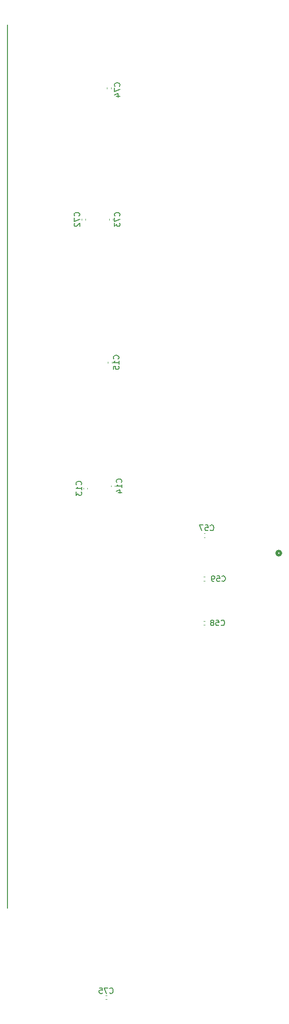
<source format=gbr>
%TF.GenerationSoftware,KiCad,Pcbnew,9.0.4-9.0.4-0~ubuntu22.04.1*%
%TF.CreationDate,2025-12-27T11:22:28-05:00*%
%TF.ProjectId,psc_carrier_brd,7073635f-6361-4727-9269-65725f627264,rev?*%
%TF.SameCoordinates,Original*%
%TF.FileFunction,Legend,Bot*%
%TF.FilePolarity,Positive*%
%FSLAX46Y46*%
G04 Gerber Fmt 4.6, Leading zero omitted, Abs format (unit mm)*
G04 Created by KiCad (PCBNEW 9.0.4-9.0.4-0~ubuntu22.04.1) date 2025-12-27 11:22:28*
%MOMM*%
%LPD*%
G01*
G04 APERTURE LIST*
%ADD10C,0.200000*%
%ADD11C,0.150000*%
%ADD12C,0.508000*%
%ADD13C,0.120000*%
G04 APERTURE END LIST*
D10*
X250000000Y-300000000D02*
X250000000Y-140000000D01*
D11*
X288742857Y-248759580D02*
X288790476Y-248807200D01*
X288790476Y-248807200D02*
X288933333Y-248854819D01*
X288933333Y-248854819D02*
X289028571Y-248854819D01*
X289028571Y-248854819D02*
X289171428Y-248807200D01*
X289171428Y-248807200D02*
X289266666Y-248711961D01*
X289266666Y-248711961D02*
X289314285Y-248616723D01*
X289314285Y-248616723D02*
X289361904Y-248426247D01*
X289361904Y-248426247D02*
X289361904Y-248283390D01*
X289361904Y-248283390D02*
X289314285Y-248092914D01*
X289314285Y-248092914D02*
X289266666Y-247997676D01*
X289266666Y-247997676D02*
X289171428Y-247902438D01*
X289171428Y-247902438D02*
X289028571Y-247854819D01*
X289028571Y-247854819D02*
X288933333Y-247854819D01*
X288933333Y-247854819D02*
X288790476Y-247902438D01*
X288790476Y-247902438D02*
X288742857Y-247950057D01*
X287838095Y-247854819D02*
X288314285Y-247854819D01*
X288314285Y-247854819D02*
X288361904Y-248331009D01*
X288361904Y-248331009D02*
X288314285Y-248283390D01*
X288314285Y-248283390D02*
X288219047Y-248235771D01*
X288219047Y-248235771D02*
X287980952Y-248235771D01*
X287980952Y-248235771D02*
X287885714Y-248283390D01*
X287885714Y-248283390D02*
X287838095Y-248331009D01*
X287838095Y-248331009D02*
X287790476Y-248426247D01*
X287790476Y-248426247D02*
X287790476Y-248664342D01*
X287790476Y-248664342D02*
X287838095Y-248759580D01*
X287838095Y-248759580D02*
X287885714Y-248807200D01*
X287885714Y-248807200D02*
X287980952Y-248854819D01*
X287980952Y-248854819D02*
X288219047Y-248854819D01*
X288219047Y-248854819D02*
X288314285Y-248807200D01*
X288314285Y-248807200D02*
X288361904Y-248759580D01*
X287219047Y-248283390D02*
X287314285Y-248235771D01*
X287314285Y-248235771D02*
X287361904Y-248188152D01*
X287361904Y-248188152D02*
X287409523Y-248092914D01*
X287409523Y-248092914D02*
X287409523Y-248045295D01*
X287409523Y-248045295D02*
X287361904Y-247950057D01*
X287361904Y-247950057D02*
X287314285Y-247902438D01*
X287314285Y-247902438D02*
X287219047Y-247854819D01*
X287219047Y-247854819D02*
X287028571Y-247854819D01*
X287028571Y-247854819D02*
X286933333Y-247902438D01*
X286933333Y-247902438D02*
X286885714Y-247950057D01*
X286885714Y-247950057D02*
X286838095Y-248045295D01*
X286838095Y-248045295D02*
X286838095Y-248092914D01*
X286838095Y-248092914D02*
X286885714Y-248188152D01*
X286885714Y-248188152D02*
X286933333Y-248235771D01*
X286933333Y-248235771D02*
X287028571Y-248283390D01*
X287028571Y-248283390D02*
X287219047Y-248283390D01*
X287219047Y-248283390D02*
X287314285Y-248331009D01*
X287314285Y-248331009D02*
X287361904Y-248378628D01*
X287361904Y-248378628D02*
X287409523Y-248473866D01*
X287409523Y-248473866D02*
X287409523Y-248664342D01*
X287409523Y-248664342D02*
X287361904Y-248759580D01*
X287361904Y-248759580D02*
X287314285Y-248807200D01*
X287314285Y-248807200D02*
X287219047Y-248854819D01*
X287219047Y-248854819D02*
X287028571Y-248854819D01*
X287028571Y-248854819D02*
X286933333Y-248807200D01*
X286933333Y-248807200D02*
X286885714Y-248759580D01*
X286885714Y-248759580D02*
X286838095Y-248664342D01*
X286838095Y-248664342D02*
X286838095Y-248473866D01*
X286838095Y-248473866D02*
X286885714Y-248378628D01*
X286885714Y-248378628D02*
X286933333Y-248331009D01*
X286933333Y-248331009D02*
X287028571Y-248283390D01*
X270644580Y-222927142D02*
X270692200Y-222879523D01*
X270692200Y-222879523D02*
X270739819Y-222736666D01*
X270739819Y-222736666D02*
X270739819Y-222641428D01*
X270739819Y-222641428D02*
X270692200Y-222498571D01*
X270692200Y-222498571D02*
X270596961Y-222403333D01*
X270596961Y-222403333D02*
X270501723Y-222355714D01*
X270501723Y-222355714D02*
X270311247Y-222308095D01*
X270311247Y-222308095D02*
X270168390Y-222308095D01*
X270168390Y-222308095D02*
X269977914Y-222355714D01*
X269977914Y-222355714D02*
X269882676Y-222403333D01*
X269882676Y-222403333D02*
X269787438Y-222498571D01*
X269787438Y-222498571D02*
X269739819Y-222641428D01*
X269739819Y-222641428D02*
X269739819Y-222736666D01*
X269739819Y-222736666D02*
X269787438Y-222879523D01*
X269787438Y-222879523D02*
X269835057Y-222927142D01*
X270739819Y-223879523D02*
X270739819Y-223308095D01*
X270739819Y-223593809D02*
X269739819Y-223593809D01*
X269739819Y-223593809D02*
X269882676Y-223498571D01*
X269882676Y-223498571D02*
X269977914Y-223403333D01*
X269977914Y-223403333D02*
X270025533Y-223308095D01*
X270073152Y-224736666D02*
X270739819Y-224736666D01*
X269692200Y-224498571D02*
X270406485Y-224260476D01*
X270406485Y-224260476D02*
X270406485Y-224879523D01*
X268542857Y-315399580D02*
X268590476Y-315447200D01*
X268590476Y-315447200D02*
X268733333Y-315494819D01*
X268733333Y-315494819D02*
X268828571Y-315494819D01*
X268828571Y-315494819D02*
X268971428Y-315447200D01*
X268971428Y-315447200D02*
X269066666Y-315351961D01*
X269066666Y-315351961D02*
X269114285Y-315256723D01*
X269114285Y-315256723D02*
X269161904Y-315066247D01*
X269161904Y-315066247D02*
X269161904Y-314923390D01*
X269161904Y-314923390D02*
X269114285Y-314732914D01*
X269114285Y-314732914D02*
X269066666Y-314637676D01*
X269066666Y-314637676D02*
X268971428Y-314542438D01*
X268971428Y-314542438D02*
X268828571Y-314494819D01*
X268828571Y-314494819D02*
X268733333Y-314494819D01*
X268733333Y-314494819D02*
X268590476Y-314542438D01*
X268590476Y-314542438D02*
X268542857Y-314590057D01*
X268209523Y-314494819D02*
X267542857Y-314494819D01*
X267542857Y-314494819D02*
X267971428Y-315494819D01*
X266685714Y-314494819D02*
X267161904Y-314494819D01*
X267161904Y-314494819D02*
X267209523Y-314971009D01*
X267209523Y-314971009D02*
X267161904Y-314923390D01*
X267161904Y-314923390D02*
X267066666Y-314875771D01*
X267066666Y-314875771D02*
X266828571Y-314875771D01*
X266828571Y-314875771D02*
X266733333Y-314923390D01*
X266733333Y-314923390D02*
X266685714Y-314971009D01*
X266685714Y-314971009D02*
X266638095Y-315066247D01*
X266638095Y-315066247D02*
X266638095Y-315304342D01*
X266638095Y-315304342D02*
X266685714Y-315399580D01*
X266685714Y-315399580D02*
X266733333Y-315447200D01*
X266733333Y-315447200D02*
X266828571Y-315494819D01*
X266828571Y-315494819D02*
X267066666Y-315494819D01*
X267066666Y-315494819D02*
X267161904Y-315447200D01*
X267161904Y-315447200D02*
X267209523Y-315399580D01*
X263349580Y-223352142D02*
X263397200Y-223304523D01*
X263397200Y-223304523D02*
X263444819Y-223161666D01*
X263444819Y-223161666D02*
X263444819Y-223066428D01*
X263444819Y-223066428D02*
X263397200Y-222923571D01*
X263397200Y-222923571D02*
X263301961Y-222828333D01*
X263301961Y-222828333D02*
X263206723Y-222780714D01*
X263206723Y-222780714D02*
X263016247Y-222733095D01*
X263016247Y-222733095D02*
X262873390Y-222733095D01*
X262873390Y-222733095D02*
X262682914Y-222780714D01*
X262682914Y-222780714D02*
X262587676Y-222828333D01*
X262587676Y-222828333D02*
X262492438Y-222923571D01*
X262492438Y-222923571D02*
X262444819Y-223066428D01*
X262444819Y-223066428D02*
X262444819Y-223161666D01*
X262444819Y-223161666D02*
X262492438Y-223304523D01*
X262492438Y-223304523D02*
X262540057Y-223352142D01*
X263444819Y-224304523D02*
X263444819Y-223733095D01*
X263444819Y-224018809D02*
X262444819Y-224018809D01*
X262444819Y-224018809D02*
X262587676Y-223923571D01*
X262587676Y-223923571D02*
X262682914Y-223828333D01*
X262682914Y-223828333D02*
X262730533Y-223733095D01*
X262444819Y-224637857D02*
X262444819Y-225256904D01*
X262444819Y-225256904D02*
X262825771Y-224923571D01*
X262825771Y-224923571D02*
X262825771Y-225066428D01*
X262825771Y-225066428D02*
X262873390Y-225161666D01*
X262873390Y-225161666D02*
X262921009Y-225209285D01*
X262921009Y-225209285D02*
X263016247Y-225256904D01*
X263016247Y-225256904D02*
X263254342Y-225256904D01*
X263254342Y-225256904D02*
X263349580Y-225209285D01*
X263349580Y-225209285D02*
X263397200Y-225161666D01*
X263397200Y-225161666D02*
X263444819Y-225066428D01*
X263444819Y-225066428D02*
X263444819Y-224780714D01*
X263444819Y-224780714D02*
X263397200Y-224685476D01*
X263397200Y-224685476D02*
X263349580Y-224637857D01*
X262999580Y-174637142D02*
X263047200Y-174589523D01*
X263047200Y-174589523D02*
X263094819Y-174446666D01*
X263094819Y-174446666D02*
X263094819Y-174351428D01*
X263094819Y-174351428D02*
X263047200Y-174208571D01*
X263047200Y-174208571D02*
X262951961Y-174113333D01*
X262951961Y-174113333D02*
X262856723Y-174065714D01*
X262856723Y-174065714D02*
X262666247Y-174018095D01*
X262666247Y-174018095D02*
X262523390Y-174018095D01*
X262523390Y-174018095D02*
X262332914Y-174065714D01*
X262332914Y-174065714D02*
X262237676Y-174113333D01*
X262237676Y-174113333D02*
X262142438Y-174208571D01*
X262142438Y-174208571D02*
X262094819Y-174351428D01*
X262094819Y-174351428D02*
X262094819Y-174446666D01*
X262094819Y-174446666D02*
X262142438Y-174589523D01*
X262142438Y-174589523D02*
X262190057Y-174637142D01*
X262094819Y-174970476D02*
X262094819Y-175637142D01*
X262094819Y-175637142D02*
X263094819Y-175208571D01*
X262190057Y-175970476D02*
X262142438Y-176018095D01*
X262142438Y-176018095D02*
X262094819Y-176113333D01*
X262094819Y-176113333D02*
X262094819Y-176351428D01*
X262094819Y-176351428D02*
X262142438Y-176446666D01*
X262142438Y-176446666D02*
X262190057Y-176494285D01*
X262190057Y-176494285D02*
X262285295Y-176541904D01*
X262285295Y-176541904D02*
X262380533Y-176541904D01*
X262380533Y-176541904D02*
X262523390Y-176494285D01*
X262523390Y-176494285D02*
X263094819Y-175922857D01*
X263094819Y-175922857D02*
X263094819Y-176541904D01*
X270309580Y-151157142D02*
X270357200Y-151109523D01*
X270357200Y-151109523D02*
X270404819Y-150966666D01*
X270404819Y-150966666D02*
X270404819Y-150871428D01*
X270404819Y-150871428D02*
X270357200Y-150728571D01*
X270357200Y-150728571D02*
X270261961Y-150633333D01*
X270261961Y-150633333D02*
X270166723Y-150585714D01*
X270166723Y-150585714D02*
X269976247Y-150538095D01*
X269976247Y-150538095D02*
X269833390Y-150538095D01*
X269833390Y-150538095D02*
X269642914Y-150585714D01*
X269642914Y-150585714D02*
X269547676Y-150633333D01*
X269547676Y-150633333D02*
X269452438Y-150728571D01*
X269452438Y-150728571D02*
X269404819Y-150871428D01*
X269404819Y-150871428D02*
X269404819Y-150966666D01*
X269404819Y-150966666D02*
X269452438Y-151109523D01*
X269452438Y-151109523D02*
X269500057Y-151157142D01*
X269404819Y-151490476D02*
X269404819Y-152157142D01*
X269404819Y-152157142D02*
X270404819Y-151728571D01*
X269738152Y-152966666D02*
X270404819Y-152966666D01*
X269357200Y-152728571D02*
X270071485Y-152490476D01*
X270071485Y-152490476D02*
X270071485Y-153109523D01*
X270109580Y-200537142D02*
X270157200Y-200489523D01*
X270157200Y-200489523D02*
X270204819Y-200346666D01*
X270204819Y-200346666D02*
X270204819Y-200251428D01*
X270204819Y-200251428D02*
X270157200Y-200108571D01*
X270157200Y-200108571D02*
X270061961Y-200013333D01*
X270061961Y-200013333D02*
X269966723Y-199965714D01*
X269966723Y-199965714D02*
X269776247Y-199918095D01*
X269776247Y-199918095D02*
X269633390Y-199918095D01*
X269633390Y-199918095D02*
X269442914Y-199965714D01*
X269442914Y-199965714D02*
X269347676Y-200013333D01*
X269347676Y-200013333D02*
X269252438Y-200108571D01*
X269252438Y-200108571D02*
X269204819Y-200251428D01*
X269204819Y-200251428D02*
X269204819Y-200346666D01*
X269204819Y-200346666D02*
X269252438Y-200489523D01*
X269252438Y-200489523D02*
X269300057Y-200537142D01*
X270204819Y-201489523D02*
X270204819Y-200918095D01*
X270204819Y-201203809D02*
X269204819Y-201203809D01*
X269204819Y-201203809D02*
X269347676Y-201108571D01*
X269347676Y-201108571D02*
X269442914Y-201013333D01*
X269442914Y-201013333D02*
X269490533Y-200918095D01*
X269204819Y-202394285D02*
X269204819Y-201918095D01*
X269204819Y-201918095D02*
X269681009Y-201870476D01*
X269681009Y-201870476D02*
X269633390Y-201918095D01*
X269633390Y-201918095D02*
X269585771Y-202013333D01*
X269585771Y-202013333D02*
X269585771Y-202251428D01*
X269585771Y-202251428D02*
X269633390Y-202346666D01*
X269633390Y-202346666D02*
X269681009Y-202394285D01*
X269681009Y-202394285D02*
X269776247Y-202441904D01*
X269776247Y-202441904D02*
X270014342Y-202441904D01*
X270014342Y-202441904D02*
X270109580Y-202394285D01*
X270109580Y-202394285D02*
X270157200Y-202346666D01*
X270157200Y-202346666D02*
X270204819Y-202251428D01*
X270204819Y-202251428D02*
X270204819Y-202013333D01*
X270204819Y-202013333D02*
X270157200Y-201918095D01*
X270157200Y-201918095D02*
X270109580Y-201870476D01*
X288892857Y-240759580D02*
X288940476Y-240807200D01*
X288940476Y-240807200D02*
X289083333Y-240854819D01*
X289083333Y-240854819D02*
X289178571Y-240854819D01*
X289178571Y-240854819D02*
X289321428Y-240807200D01*
X289321428Y-240807200D02*
X289416666Y-240711961D01*
X289416666Y-240711961D02*
X289464285Y-240616723D01*
X289464285Y-240616723D02*
X289511904Y-240426247D01*
X289511904Y-240426247D02*
X289511904Y-240283390D01*
X289511904Y-240283390D02*
X289464285Y-240092914D01*
X289464285Y-240092914D02*
X289416666Y-239997676D01*
X289416666Y-239997676D02*
X289321428Y-239902438D01*
X289321428Y-239902438D02*
X289178571Y-239854819D01*
X289178571Y-239854819D02*
X289083333Y-239854819D01*
X289083333Y-239854819D02*
X288940476Y-239902438D01*
X288940476Y-239902438D02*
X288892857Y-239950057D01*
X287988095Y-239854819D02*
X288464285Y-239854819D01*
X288464285Y-239854819D02*
X288511904Y-240331009D01*
X288511904Y-240331009D02*
X288464285Y-240283390D01*
X288464285Y-240283390D02*
X288369047Y-240235771D01*
X288369047Y-240235771D02*
X288130952Y-240235771D01*
X288130952Y-240235771D02*
X288035714Y-240283390D01*
X288035714Y-240283390D02*
X287988095Y-240331009D01*
X287988095Y-240331009D02*
X287940476Y-240426247D01*
X287940476Y-240426247D02*
X287940476Y-240664342D01*
X287940476Y-240664342D02*
X287988095Y-240759580D01*
X287988095Y-240759580D02*
X288035714Y-240807200D01*
X288035714Y-240807200D02*
X288130952Y-240854819D01*
X288130952Y-240854819D02*
X288369047Y-240854819D01*
X288369047Y-240854819D02*
X288464285Y-240807200D01*
X288464285Y-240807200D02*
X288511904Y-240759580D01*
X287464285Y-240854819D02*
X287273809Y-240854819D01*
X287273809Y-240854819D02*
X287178571Y-240807200D01*
X287178571Y-240807200D02*
X287130952Y-240759580D01*
X287130952Y-240759580D02*
X287035714Y-240616723D01*
X287035714Y-240616723D02*
X286988095Y-240426247D01*
X286988095Y-240426247D02*
X286988095Y-240045295D01*
X286988095Y-240045295D02*
X287035714Y-239950057D01*
X287035714Y-239950057D02*
X287083333Y-239902438D01*
X287083333Y-239902438D02*
X287178571Y-239854819D01*
X287178571Y-239854819D02*
X287369047Y-239854819D01*
X287369047Y-239854819D02*
X287464285Y-239902438D01*
X287464285Y-239902438D02*
X287511904Y-239950057D01*
X287511904Y-239950057D02*
X287559523Y-240045295D01*
X287559523Y-240045295D02*
X287559523Y-240283390D01*
X287559523Y-240283390D02*
X287511904Y-240378628D01*
X287511904Y-240378628D02*
X287464285Y-240426247D01*
X287464285Y-240426247D02*
X287369047Y-240473866D01*
X287369047Y-240473866D02*
X287178571Y-240473866D01*
X287178571Y-240473866D02*
X287083333Y-240426247D01*
X287083333Y-240426247D02*
X287035714Y-240378628D01*
X287035714Y-240378628D02*
X286988095Y-240283390D01*
X270319580Y-174637142D02*
X270367200Y-174589523D01*
X270367200Y-174589523D02*
X270414819Y-174446666D01*
X270414819Y-174446666D02*
X270414819Y-174351428D01*
X270414819Y-174351428D02*
X270367200Y-174208571D01*
X270367200Y-174208571D02*
X270271961Y-174113333D01*
X270271961Y-174113333D02*
X270176723Y-174065714D01*
X270176723Y-174065714D02*
X269986247Y-174018095D01*
X269986247Y-174018095D02*
X269843390Y-174018095D01*
X269843390Y-174018095D02*
X269652914Y-174065714D01*
X269652914Y-174065714D02*
X269557676Y-174113333D01*
X269557676Y-174113333D02*
X269462438Y-174208571D01*
X269462438Y-174208571D02*
X269414819Y-174351428D01*
X269414819Y-174351428D02*
X269414819Y-174446666D01*
X269414819Y-174446666D02*
X269462438Y-174589523D01*
X269462438Y-174589523D02*
X269510057Y-174637142D01*
X269414819Y-174970476D02*
X269414819Y-175637142D01*
X269414819Y-175637142D02*
X270414819Y-175208571D01*
X269414819Y-175922857D02*
X269414819Y-176541904D01*
X269414819Y-176541904D02*
X269795771Y-176208571D01*
X269795771Y-176208571D02*
X269795771Y-176351428D01*
X269795771Y-176351428D02*
X269843390Y-176446666D01*
X269843390Y-176446666D02*
X269891009Y-176494285D01*
X269891009Y-176494285D02*
X269986247Y-176541904D01*
X269986247Y-176541904D02*
X270224342Y-176541904D01*
X270224342Y-176541904D02*
X270319580Y-176494285D01*
X270319580Y-176494285D02*
X270367200Y-176446666D01*
X270367200Y-176446666D02*
X270414819Y-176351428D01*
X270414819Y-176351428D02*
X270414819Y-176065714D01*
X270414819Y-176065714D02*
X270367200Y-175970476D01*
X270367200Y-175970476D02*
X270319580Y-175922857D01*
X286792857Y-231559580D02*
X286840476Y-231607200D01*
X286840476Y-231607200D02*
X286983333Y-231654819D01*
X286983333Y-231654819D02*
X287078571Y-231654819D01*
X287078571Y-231654819D02*
X287221428Y-231607200D01*
X287221428Y-231607200D02*
X287316666Y-231511961D01*
X287316666Y-231511961D02*
X287364285Y-231416723D01*
X287364285Y-231416723D02*
X287411904Y-231226247D01*
X287411904Y-231226247D02*
X287411904Y-231083390D01*
X287411904Y-231083390D02*
X287364285Y-230892914D01*
X287364285Y-230892914D02*
X287316666Y-230797676D01*
X287316666Y-230797676D02*
X287221428Y-230702438D01*
X287221428Y-230702438D02*
X287078571Y-230654819D01*
X287078571Y-230654819D02*
X286983333Y-230654819D01*
X286983333Y-230654819D02*
X286840476Y-230702438D01*
X286840476Y-230702438D02*
X286792857Y-230750057D01*
X285888095Y-230654819D02*
X286364285Y-230654819D01*
X286364285Y-230654819D02*
X286411904Y-231131009D01*
X286411904Y-231131009D02*
X286364285Y-231083390D01*
X286364285Y-231083390D02*
X286269047Y-231035771D01*
X286269047Y-231035771D02*
X286030952Y-231035771D01*
X286030952Y-231035771D02*
X285935714Y-231083390D01*
X285935714Y-231083390D02*
X285888095Y-231131009D01*
X285888095Y-231131009D02*
X285840476Y-231226247D01*
X285840476Y-231226247D02*
X285840476Y-231464342D01*
X285840476Y-231464342D02*
X285888095Y-231559580D01*
X285888095Y-231559580D02*
X285935714Y-231607200D01*
X285935714Y-231607200D02*
X286030952Y-231654819D01*
X286030952Y-231654819D02*
X286269047Y-231654819D01*
X286269047Y-231654819D02*
X286364285Y-231607200D01*
X286364285Y-231607200D02*
X286411904Y-231559580D01*
X285507142Y-230654819D02*
X284840476Y-230654819D01*
X284840476Y-230654819D02*
X285269047Y-231654819D01*
D12*
%TO.C,U1*%
X299581000Y-235738000D02*
G75*
G02*
X298819000Y-235738000I-381000J0D01*
G01*
X298819000Y-235738000D02*
G75*
G02*
X299581000Y-235738000I381000J0D01*
G01*
D13*
%TO.C,C58*%
X285592164Y-248760000D02*
X285807836Y-248760000D01*
X285592164Y-248040000D02*
X285807836Y-248040000D01*
%TO.C,C14*%
X269485000Y-223677836D02*
X269485000Y-223462164D01*
X268765000Y-223677836D02*
X268765000Y-223462164D01*
%TO.C,C75*%
X268007836Y-315840000D02*
X267792164Y-315840000D01*
X268007836Y-316560000D02*
X267792164Y-316560000D01*
%TO.C,C13*%
X263790000Y-223887164D02*
X263790000Y-224102836D01*
X264510000Y-223887164D02*
X264510000Y-224102836D01*
%TO.C,C72*%
X263440000Y-175172164D02*
X263440000Y-175387836D01*
X264160000Y-175172164D02*
X264160000Y-175387836D01*
%TO.C,C74*%
X268772500Y-151587836D02*
X268772500Y-151372164D01*
X268052500Y-151587836D02*
X268052500Y-151372164D01*
%TO.C,C15*%
X268950000Y-201287836D02*
X268950000Y-201072164D01*
X268230000Y-201287836D02*
X268230000Y-201072164D01*
%TO.C,C59*%
X285592164Y-240760000D02*
X285807836Y-240760000D01*
X285592164Y-240040000D02*
X285807836Y-240040000D01*
%TO.C,C73*%
X269160000Y-175387836D02*
X269160000Y-175172164D01*
X268440000Y-175387836D02*
X268440000Y-175172164D01*
%TO.C,C57*%
X285612164Y-232860000D02*
X285827836Y-232860000D01*
X285612164Y-232140000D02*
X285827836Y-232140000D01*
%TD*%
M02*

</source>
